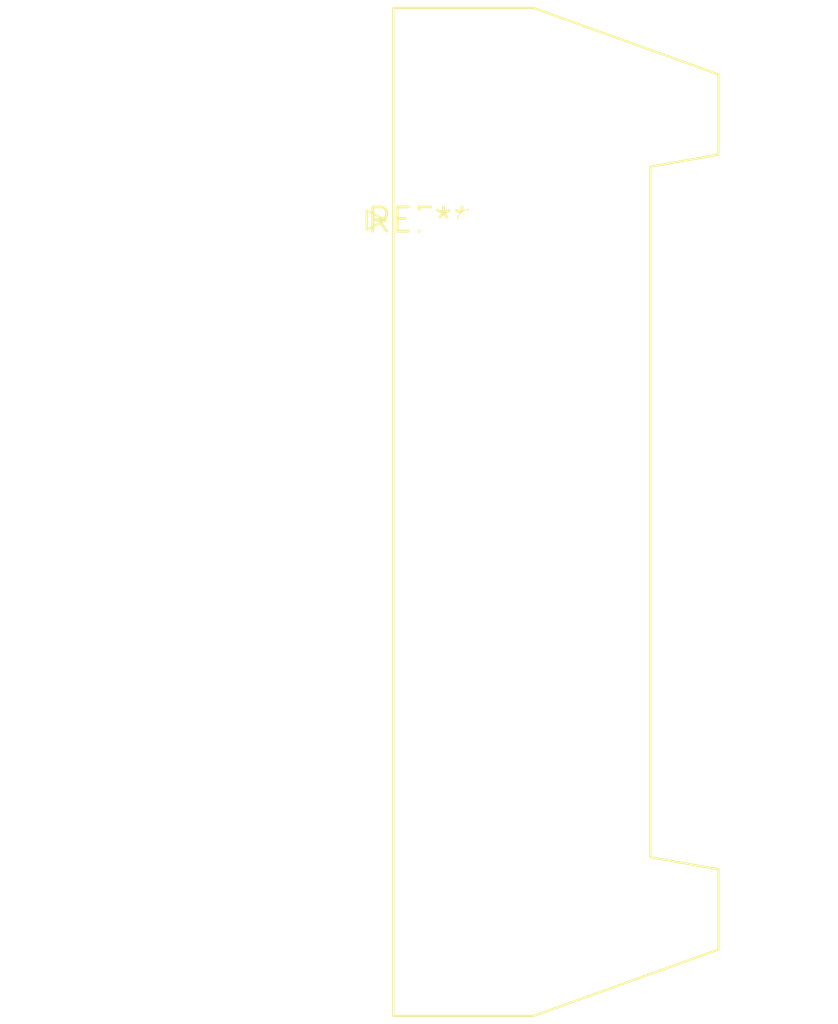
<source format=kicad_pcb>
(kicad_pcb (version 20240108) (generator pcbnew)
  (layers (0 "F.Cu" signal) (31 "B.Cu" signal) (34 "B.Paste" user) (35 "F.Paste" user) (36 "B.SilkS" user "B.Silkscreen") (37 "F.SilkS" user "F.Silkscreen") (38 "B.Mask" user) (39 "F.Mask" user) (44 "Edge.Cuts" user))
  (net 0 "")
  (footprint "IDC-Header_2x13_P2.54mm_Latch_Horizontal" (layer "F.Cu") (at 0 0)
    (property "Reference" "REF**")
    (property "Value" "IDC-Header_2x13_P2.54mm_Latch_Horizontal")
    (fp_line (start -2.74 -0.5) (end -2.74 0.5) (layer "F.SilkS") (stroke (width 0.12)))
    (fp_line (start -2.74 0.5) (end -1.74 0) (layer "F.SilkS") (stroke (width 0.12)))
    (fp_line (start -1.74 0) (end -2.74 -0.5) (layer "F.SilkS") (stroke (width 0.12)))
    (fp_line (start -1.35 -11.08) (end 5.98 -11.08) (layer "F.SilkS") (stroke (width 0.12)))
    (fp_line (start -1.35 41.56) (end -1.35 -11.08) (layer "F.SilkS") (stroke (width 0.12)))
    (fp_line (start 5.98 -11.08) (end 15.64 -7.61) (layer "F.SilkS") (stroke (width 0.12)))
    (fp_line (start 5.98 41.56) (end -1.35 41.56) (layer "F.SilkS") (stroke (width 0.12)))
    (fp_line (start 12.08 -2.79) (end 12.08 33.27) (layer "F.SilkS") (stroke (width 0.12)))
    (fp_line (start 12.08 33.27) (end 15.64 33.9) (layer "F.SilkS") (stroke (width 0.12)))
    (fp_line (start 15.64 -7.61) (end 15.64 -3.42) (layer "F.SilkS") (stroke (width 0.12)))
    (fp_line (start 15.64 -3.42) (end 12.08 -2.79) (layer "F.SilkS") (stroke (width 0.12)))
    (fp_line (start 15.64 33.9) (end 15.64 38.09) (layer "F.SilkS") (stroke (width 0.12)))
    (fp_line (start 15.64 38.09) (end 5.98 41.56) (layer "F.SilkS") (stroke (width 0.12)))
    (pad "1" thru_hole roundrect (at 0 0) (size 1.7 1.7) (drill 1) (layers *.Cu *.Mask) (remove_unused_layers) (roundrect_rratio 0.147059))
    (pad "2" thru_hole circle (at 2.54 0) (size 1.7 1.7) (drill 1) (layers *.Cu *.Mask) (remove_unused_layers))
    (pad "3" thru_hole circle (at 0 2.54) (size 1.7 1.7) (drill 1) (layers *.Cu *.Mask) (remove_unused_layers))
    (pad "4" thru_hole circle (at 2.54 2.54) (size 1.7 1.7) (drill 1) (layers *.Cu *.Mask) (remove_unused_layers))
    (pad "5" thru_hole circle (at 0 5.08) (size 1.7 1.7) (drill 1) (layers *.Cu *.Mask) (remove_unused_layers))
    (pad "6" thru_hole circle (at 2.54 5.08) (size 1.7 1.7) (drill 1) (layers *.Cu *.Mask) (remove_unused_layers))
    (pad "7" thru_hole circle (at 0 7.62) (size 1.7 1.7) (drill 1) (layers *.Cu *.Mask) (remove_unused_layers))
    (pad "8" thru_hole circle (at 2.54 7.62) (size 1.7 1.7) (drill 1) (layers *.Cu *.Mask) (remove_unused_layers))
    (pad "9" thru_hole circle (at 0 10.16) (size 1.7 1.7) (drill 1) (layers *.Cu *.Mask) (remove_unused_layers))
    (pad "10" thru_hole circle (at 2.54 10.16) (size 1.7 1.7) (drill 1) (layers *.Cu *.Mask) (remove_unused_layers))
    (pad "11" thru_hole circle (at 0 12.7) (size 1.7 1.7) (drill 1) (layers *.Cu *.Mask) (remove_unused_layers))
    (pad "12" thru_hole circle (at 2.54 12.7) (size 1.7 1.7) (drill 1) (layers *.Cu *.Mask) (remove_unused_layers))
    (pad "13" thru_hole circle (at 0 15.24) (size 1.7 1.7) (drill 1) (layers *.Cu *.Mask) (remove_unused_layers))
    (pad "14" thru_hole circle (at 2.54 15.24) (size 1.7 1.7) (drill 1) (layers *.Cu *.Mask) (remove_unused_layers))
    (pad "15" thru_hole circle (at 0 17.78) (size 1.7 1.7) (drill 1) (layers *.Cu *.Mask) (remove_unused_layers))
    (pad "16" thru_hole circle (at 2.54 17.78) (size 1.7 1.7) (drill 1) (layers *.Cu *.Mask) (remove_unused_layers))
    (pad "17" thru_hole circle (at 0 20.32) (size 1.7 1.7) (drill 1) (layers *.Cu *.Mask) (remove_unused_layers))
    (pad "18" thru_hole circle (at 2.54 20.32) (size 1.7 1.7) (drill 1) (layers *.Cu *.Mask) (remove_unused_layers))
    (pad "19" thru_hole circle (at 0 22.86) (size 1.7 1.7) (drill 1) (layers *.Cu *.Mask) (remove_unused_layers))
    (pad "20" thru_hole circle (at 2.54 22.86) (size 1.7 1.7) (drill 1) (layers *.Cu *.Mask) (remove_unused_layers))
    (pad "21" thru_hole circle (at 0 25.4) (size 1.7 1.7) (drill 1) (layers *.Cu *.Mask) (remove_unused_layers))
    (pad "22" thru_hole circle (at 2.54 25.4) (size 1.7 1.7) (drill 1) (layers *.Cu *.Mask) (remove_unused_layers))
    (pad "23" thru_hole circle (at 0 27.94) (size 1.7 1.7) (drill 1) (layers *.Cu *.Mask) (remove_unused_layers))
    (pad "24" thru_hole circle (at 2.54 27.94) (size 1.7 1.7) (drill 1) (layers *.Cu *.Mask) (remove_unused_layers))
    (pad "25" thru_hole circle (at 0 30.48) (size 1.7 1.7) (drill 1) (layers *.Cu *.Mask) (remove_unused_layers))
    (pad "26" thru_hole circle (at 2.54 30.48) (size 1.7 1.7) (drill 1) (layers *.Cu *.Mask) (remove_unused_layers))
  )
)
</source>
